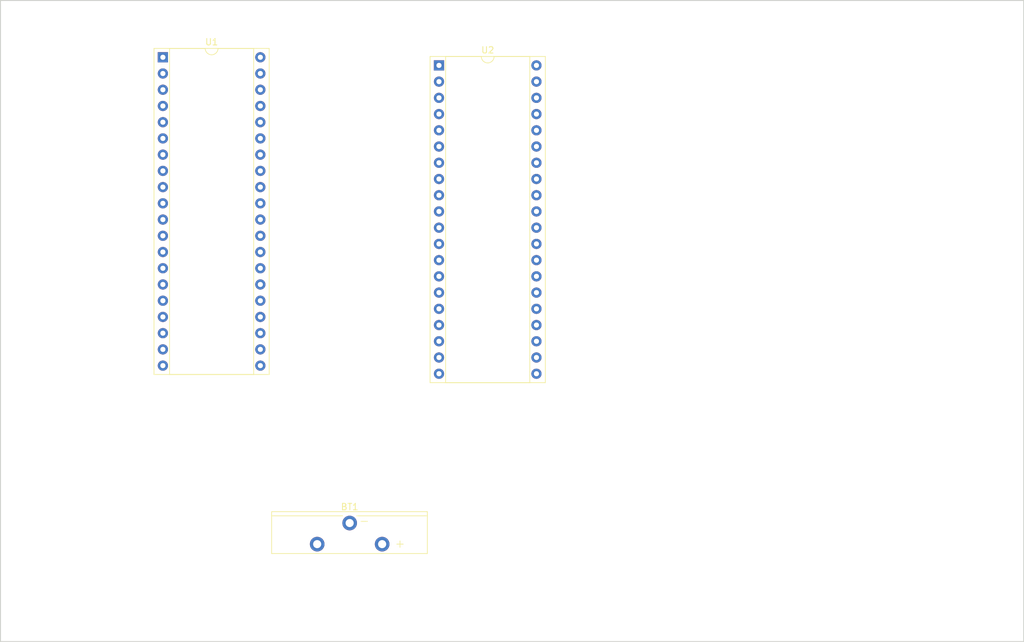
<source format=kicad_pcb>
(kicad_pcb (version 4) (host pcbnew 4.0.6-e0-6349~53~ubuntu16.04.1)

  (general
    (links 17)
    (no_connects 17)
    (area 27.864999 25.324999 188.035001 125.805001)
    (thickness 1.6)
    (drawings 4)
    (tracks 0)
    (zones 0)
    (modules 3)
    (nets 67)
  )

  (page A4)
  (layers
    (0 F.Cu signal)
    (31 B.Cu signal)
    (32 B.Adhes user)
    (33 F.Adhes user)
    (34 B.Paste user)
    (35 F.Paste user)
    (36 B.SilkS user)
    (37 F.SilkS user)
    (38 B.Mask user)
    (39 F.Mask user)
    (40 Dwgs.User user)
    (41 Cmts.User user)
    (42 Eco1.User user)
    (43 Eco2.User user)
    (44 Edge.Cuts user)
    (45 Margin user)
    (46 B.CrtYd user)
    (47 F.CrtYd user)
    (48 B.Fab user)
    (49 F.Fab user)
  )

  (setup
    (last_trace_width 0.25)
    (trace_clearance 0.2)
    (zone_clearance 0.508)
    (zone_45_only no)
    (trace_min 0.2)
    (segment_width 0.2)
    (edge_width 0.15)
    (via_size 0.6)
    (via_drill 0.4)
    (via_min_size 0.4)
    (via_min_drill 0.3)
    (uvia_size 0.3)
    (uvia_drill 0.1)
    (uvias_allowed no)
    (uvia_min_size 0.2)
    (uvia_min_drill 0.1)
    (pcb_text_width 0.3)
    (pcb_text_size 1.5 1.5)
    (mod_edge_width 0.15)
    (mod_text_size 1 1)
    (mod_text_width 0.15)
    (pad_size 1.524 1.524)
    (pad_drill 0.762)
    (pad_to_mask_clearance 0.2)
    (aux_axis_origin 0 0)
    (visible_elements FFFFFF7F)
    (pcbplotparams
      (layerselection 0x00030_80000001)
      (usegerberextensions false)
      (excludeedgelayer true)
      (linewidth 0.100000)
      (plotframeref false)
      (viasonmask false)
      (mode 1)
      (useauxorigin false)
      (hpglpennumber 1)
      (hpglpenspeed 20)
      (hpglpendiameter 15)
      (hpglpenoverlay 2)
      (psnegative false)
      (psa4output false)
      (plotreference true)
      (plotvalue true)
      (plotinvisibletext false)
      (padsonsilk false)
      (subtractmaskfromsilk false)
      (outputformat 1)
      (mirror false)
      (drillshape 1)
      (scaleselection 1)
      (outputdirectory ""))
  )

  (net 0 "")
  (net 1 "Net-(U1-Pad1)")
  (net 2 GND)
  (net 3 "Net-(U1-Pad2)")
  (net 4 "Net-(U1-Pad3)")
  (net 5 "Net-(U1-Pad4)")
  (net 6 "Net-(U1-Pad5)")
  (net 7 "Net-(U1-Pad6)")
  (net 8 /D7)
  (net 9 "Net-(U1-Pad7)")
  (net 10 /D6)
  (net 11 +5V)
  (net 12 /D5)
  (net 13 /D4)
  (net 14 /D3)
  (net 15 /D2)
  (net 16 /D1)
  (net 17 /D0)
  (net 18 "Net-(U1-Pad34)")
  (net 19 "Net-(U1-Pad35)")
  (net 20 "Net-(U1-Pad36)")
  (net 21 "Net-(U1-Pad37)")
  (net 22 "Net-(U1-Pad38)")
  (net 23 "Net-(U1-Pad39)")
  (net 24 "Net-(U1-Pad40)")
  (net 25 "Net-(U2-Pad21)")
  (net 26 "Net-(U2-Pad2)")
  (net 27 "Net-(U2-Pad22)")
  (net 28 "Net-(U2-Pad3)")
  (net 29 "Net-(U2-Pad23)")
  (net 30 "Net-(U2-Pad4)")
  (net 31 "Net-(U2-Pad24)")
  (net 32 "Net-(U2-Pad5)")
  (net 33 "Net-(U2-Pad25)")
  (net 34 "Net-(U2-Pad6)")
  (net 35 "Net-(U2-Pad7)")
  (net 36 "Net-(U2-Pad8)")
  (net 37 "Net-(U2-Pad9)")
  (net 38 "Net-(U2-Pad10)")
  (net 39 "Net-(U2-Pad11)")
  (net 40 "Net-(U2-Pad12)")
  (net 41 "Net-(U2-Pad13)")
  (net 42 "Net-(U2-Pad14)")
  (net 43 "Net-(U2-Pad34)")
  (net 44 "Net-(U2-Pad15)")
  (net 45 "Net-(U2-Pad16)")
  (net 46 "Net-(U2-Pad17)")
  (net 47 "Net-(U2-Pad18)")
  (net 48 "Net-(U2-Pad19)")
  (net 49 "Net-(U2-Pad39)")
  (net 50 "Net-(U2-Pad40)")
  (net 51 /A12)
  (net 52 /A13)
  (net 53 /A14)
  (net 54 /A15)
  (net 55 /A0)
  (net 56 /A1)
  (net 57 /A2)
  (net 58 /A3)
  (net 59 /A4)
  (net 60 /A5)
  (net 61 /A6)
  (net 62 /A7)
  (net 63 /A8)
  (net 64 /A9)
  (net 65 /A10)
  (net 66 /A11)

  (net_class Default "This is the default net class."
    (clearance 0.2)
    (trace_width 0.25)
    (via_dia 0.6)
    (via_drill 0.4)
    (uvia_dia 0.3)
    (uvia_drill 0.1)
    (add_net +5V)
    (add_net /A0)
    (add_net /A1)
    (add_net /A10)
    (add_net /A11)
    (add_net /A12)
    (add_net /A13)
    (add_net /A14)
    (add_net /A15)
    (add_net /A2)
    (add_net /A3)
    (add_net /A4)
    (add_net /A5)
    (add_net /A6)
    (add_net /A7)
    (add_net /A8)
    (add_net /A9)
    (add_net /D0)
    (add_net /D1)
    (add_net /D2)
    (add_net /D3)
    (add_net /D4)
    (add_net /D5)
    (add_net /D6)
    (add_net /D7)
    (add_net GND)
    (add_net "Net-(U1-Pad1)")
    (add_net "Net-(U1-Pad2)")
    (add_net "Net-(U1-Pad3)")
    (add_net "Net-(U1-Pad34)")
    (add_net "Net-(U1-Pad35)")
    (add_net "Net-(U1-Pad36)")
    (add_net "Net-(U1-Pad37)")
    (add_net "Net-(U1-Pad38)")
    (add_net "Net-(U1-Pad39)")
    (add_net "Net-(U1-Pad4)")
    (add_net "Net-(U1-Pad40)")
    (add_net "Net-(U1-Pad5)")
    (add_net "Net-(U1-Pad6)")
    (add_net "Net-(U1-Pad7)")
    (add_net "Net-(U2-Pad10)")
    (add_net "Net-(U2-Pad11)")
    (add_net "Net-(U2-Pad12)")
    (add_net "Net-(U2-Pad13)")
    (add_net "Net-(U2-Pad14)")
    (add_net "Net-(U2-Pad15)")
    (add_net "Net-(U2-Pad16)")
    (add_net "Net-(U2-Pad17)")
    (add_net "Net-(U2-Pad18)")
    (add_net "Net-(U2-Pad19)")
    (add_net "Net-(U2-Pad2)")
    (add_net "Net-(U2-Pad21)")
    (add_net "Net-(U2-Pad22)")
    (add_net "Net-(U2-Pad23)")
    (add_net "Net-(U2-Pad24)")
    (add_net "Net-(U2-Pad25)")
    (add_net "Net-(U2-Pad3)")
    (add_net "Net-(U2-Pad34)")
    (add_net "Net-(U2-Pad39)")
    (add_net "Net-(U2-Pad4)")
    (add_net "Net-(U2-Pad40)")
    (add_net "Net-(U2-Pad5)")
    (add_net "Net-(U2-Pad6)")
    (add_net "Net-(U2-Pad7)")
    (add_net "Net-(U2-Pad8)")
    (add_net "Net-(U2-Pad9)")
  )

  (module Connect:CR2032V (layer F.Cu) (tedit 587FDB89) (tstamp 58D18BBE)
    (at 77.47 110.49)
    (path /58D16E1E)
    (fp_text reference BT1 (at 5.08 -5.83) (layer F.SilkS)
      (effects (font (size 1 1) (thickness 0.15)))
    )
    (fp_text value Battery_Cell (at 5.08 2.42) (layer F.Fab)
      (effects (font (size 1 1) (thickness 0.15)))
    )
    (fp_line (start 6.18 -4.43) (end 17.23 -4.43) (layer F.SilkS) (width 0.12))
    (fp_line (start -7.12 -4.43) (end 3.98 -4.43) (layer F.SilkS) (width 0.12))
    (fp_line (start -7.07 -5.08) (end 17.23 -5.08) (layer F.SilkS) (width 0.12))
    (fp_line (start 17.23 -5.08) (end 17.23 1.47) (layer F.SilkS) (width 0.12))
    (fp_line (start 17.23 1.47) (end -7.12 1.47) (layer F.SilkS) (width 0.12))
    (fp_line (start -7.12 1.47) (end -7.12 -5.08) (layer F.SilkS) (width 0.12))
    (fp_line (start -6.98 -4.98) (end 17.14 -4.98) (layer F.Fab) (width 0.1))
    (fp_line (start 6.86 -3.56) (end 7.87 -3.56) (layer F.SilkS) (width 0.12))
    (fp_line (start 12.95 0.51) (end 12.95 -0.51) (layer F.SilkS) (width 0.12))
    (fp_line (start 12.45 0) (end 13.46 0) (layer F.SilkS) (width 0.12))
    (fp_line (start 17.14 1.4) (end 17.14 -4.95) (layer F.Fab) (width 0.1))
    (fp_line (start 17.14 -4.45) (end -6.98 -4.45) (layer F.Fab) (width 0.1))
    (fp_line (start -6.98 -4.95) (end -6.98 1.4) (layer F.Fab) (width 0.1))
    (fp_line (start -6.98 1.4) (end 17.14 1.4) (layer F.Fab) (width 0.1))
    (fp_line (start -7.23 -5.23) (end 17.39 -5.23) (layer F.CrtYd) (width 0.05))
    (fp_line (start -7.23 -5.23) (end -7.23 1.65) (layer F.CrtYd) (width 0.05))
    (fp_line (start 17.39 1.65) (end 17.39 -5.23) (layer F.CrtYd) (width 0.05))
    (fp_line (start 17.39 1.65) (end -7.23 1.65) (layer F.CrtYd) (width 0.05))
    (pad 1 thru_hole circle (at 0 0) (size 2.29 2.29) (drill 1.27) (layers *.Cu *.Mask)
      (net 11 +5V))
    (pad 1 thru_hole circle (at 10.16 0) (size 2.29 2.29) (drill 1.27) (layers *.Cu *.Mask)
      (net 11 +5V))
    (pad 2 thru_hole circle (at 5.08 -3.3) (size 2.29 2.29) (drill 1.27) (layers *.Cu *.Mask)
      (net 2 GND))
  )

  (module Housings_DIP:DIP-40_W15.24mm_Socket (layer F.Cu) (tedit 586281B5) (tstamp 58D18C8F)
    (at 53.34 34.29)
    (descr "40-lead dip package, row spacing 15.24 mm (600 mils), Socket")
    (tags "DIL DIP PDIP 2.54mm 15.24mm 600mil Socket")
    (path /58C8AB80)
    (fp_text reference U1 (at 7.62 -2.39) (layer F.SilkS)
      (effects (font (size 1 1) (thickness 0.15)))
    )
    (fp_text value WD65C02_ (at 7.62 50.65) (layer F.Fab)
      (effects (font (size 1 1) (thickness 0.15)))
    )
    (fp_arc (start 7.62 -1.39) (end 6.62 -1.39) (angle -180) (layer F.SilkS) (width 0.12))
    (fp_line (start 1.255 -1.27) (end 14.985 -1.27) (layer F.Fab) (width 0.1))
    (fp_line (start 14.985 -1.27) (end 14.985 49.53) (layer F.Fab) (width 0.1))
    (fp_line (start 14.985 49.53) (end 0.255 49.53) (layer F.Fab) (width 0.1))
    (fp_line (start 0.255 49.53) (end 0.255 -0.27) (layer F.Fab) (width 0.1))
    (fp_line (start 0.255 -0.27) (end 1.255 -1.27) (layer F.Fab) (width 0.1))
    (fp_line (start -1.27 -1.27) (end -1.27 49.53) (layer F.Fab) (width 0.1))
    (fp_line (start -1.27 49.53) (end 16.51 49.53) (layer F.Fab) (width 0.1))
    (fp_line (start 16.51 49.53) (end 16.51 -1.27) (layer F.Fab) (width 0.1))
    (fp_line (start 16.51 -1.27) (end -1.27 -1.27) (layer F.Fab) (width 0.1))
    (fp_line (start 6.62 -1.39) (end 1.04 -1.39) (layer F.SilkS) (width 0.12))
    (fp_line (start 1.04 -1.39) (end 1.04 49.65) (layer F.SilkS) (width 0.12))
    (fp_line (start 1.04 49.65) (end 14.2 49.65) (layer F.SilkS) (width 0.12))
    (fp_line (start 14.2 49.65) (end 14.2 -1.39) (layer F.SilkS) (width 0.12))
    (fp_line (start 14.2 -1.39) (end 8.62 -1.39) (layer F.SilkS) (width 0.12))
    (fp_line (start -1.39 -1.39) (end -1.39 49.65) (layer F.SilkS) (width 0.12))
    (fp_line (start -1.39 49.65) (end 16.63 49.65) (layer F.SilkS) (width 0.12))
    (fp_line (start 16.63 49.65) (end 16.63 -1.39) (layer F.SilkS) (width 0.12))
    (fp_line (start 16.63 -1.39) (end -1.39 -1.39) (layer F.SilkS) (width 0.12))
    (fp_line (start -1.7 -1.7) (end -1.7 49.9) (layer F.CrtYd) (width 0.05))
    (fp_line (start -1.7 49.9) (end 16.9 49.9) (layer F.CrtYd) (width 0.05))
    (fp_line (start 16.9 49.9) (end 16.9 -1.7) (layer F.CrtYd) (width 0.05))
    (fp_line (start 16.9 -1.7) (end -1.7 -1.7) (layer F.CrtYd) (width 0.05))
    (pad 1 thru_hole rect (at 0 0) (size 1.6 1.6) (drill 0.8) (layers *.Cu *.Mask)
      (net 1 "Net-(U1-Pad1)"))
    (pad 21 thru_hole oval (at 15.24 48.26) (size 1.6 1.6) (drill 0.8) (layers *.Cu *.Mask)
      (net 2 GND))
    (pad 2 thru_hole oval (at 0 2.54) (size 1.6 1.6) (drill 0.8) (layers *.Cu *.Mask)
      (net 3 "Net-(U1-Pad2)"))
    (pad 22 thru_hole oval (at 15.24 45.72) (size 1.6 1.6) (drill 0.8) (layers *.Cu *.Mask)
      (net 51 /A12))
    (pad 3 thru_hole oval (at 0 5.08) (size 1.6 1.6) (drill 0.8) (layers *.Cu *.Mask)
      (net 4 "Net-(U1-Pad3)"))
    (pad 23 thru_hole oval (at 15.24 43.18) (size 1.6 1.6) (drill 0.8) (layers *.Cu *.Mask)
      (net 52 /A13))
    (pad 4 thru_hole oval (at 0 7.62) (size 1.6 1.6) (drill 0.8) (layers *.Cu *.Mask)
      (net 5 "Net-(U1-Pad4)"))
    (pad 24 thru_hole oval (at 15.24 40.64) (size 1.6 1.6) (drill 0.8) (layers *.Cu *.Mask)
      (net 53 /A14))
    (pad 5 thru_hole oval (at 0 10.16) (size 1.6 1.6) (drill 0.8) (layers *.Cu *.Mask)
      (net 6 "Net-(U1-Pad5)"))
    (pad 25 thru_hole oval (at 15.24 38.1) (size 1.6 1.6) (drill 0.8) (layers *.Cu *.Mask)
      (net 54 /A15))
    (pad 6 thru_hole oval (at 0 12.7) (size 1.6 1.6) (drill 0.8) (layers *.Cu *.Mask)
      (net 7 "Net-(U1-Pad6)"))
    (pad 26 thru_hole oval (at 15.24 35.56) (size 1.6 1.6) (drill 0.8) (layers *.Cu *.Mask)
      (net 8 /D7))
    (pad 7 thru_hole oval (at 0 15.24) (size 1.6 1.6) (drill 0.8) (layers *.Cu *.Mask)
      (net 9 "Net-(U1-Pad7)"))
    (pad 27 thru_hole oval (at 15.24 33.02) (size 1.6 1.6) (drill 0.8) (layers *.Cu *.Mask)
      (net 10 /D6))
    (pad 8 thru_hole oval (at 0 17.78) (size 1.6 1.6) (drill 0.8) (layers *.Cu *.Mask)
      (net 11 +5V))
    (pad 28 thru_hole oval (at 15.24 30.48) (size 1.6 1.6) (drill 0.8) (layers *.Cu *.Mask)
      (net 12 /D5))
    (pad 9 thru_hole oval (at 0 20.32) (size 1.6 1.6) (drill 0.8) (layers *.Cu *.Mask)
      (net 55 /A0))
    (pad 29 thru_hole oval (at 15.24 27.94) (size 1.6 1.6) (drill 0.8) (layers *.Cu *.Mask)
      (net 13 /D4))
    (pad 10 thru_hole oval (at 0 22.86) (size 1.6 1.6) (drill 0.8) (layers *.Cu *.Mask)
      (net 56 /A1))
    (pad 30 thru_hole oval (at 15.24 25.4) (size 1.6 1.6) (drill 0.8) (layers *.Cu *.Mask)
      (net 14 /D3))
    (pad 11 thru_hole oval (at 0 25.4) (size 1.6 1.6) (drill 0.8) (layers *.Cu *.Mask)
      (net 57 /A2))
    (pad 31 thru_hole oval (at 15.24 22.86) (size 1.6 1.6) (drill 0.8) (layers *.Cu *.Mask)
      (net 15 /D2))
    (pad 12 thru_hole oval (at 0 27.94) (size 1.6 1.6) (drill 0.8) (layers *.Cu *.Mask)
      (net 58 /A3))
    (pad 32 thru_hole oval (at 15.24 20.32) (size 1.6 1.6) (drill 0.8) (layers *.Cu *.Mask)
      (net 16 /D1))
    (pad 13 thru_hole oval (at 0 30.48) (size 1.6 1.6) (drill 0.8) (layers *.Cu *.Mask)
      (net 59 /A4))
    (pad 33 thru_hole oval (at 15.24 17.78) (size 1.6 1.6) (drill 0.8) (layers *.Cu *.Mask)
      (net 17 /D0))
    (pad 14 thru_hole oval (at 0 33.02) (size 1.6 1.6) (drill 0.8) (layers *.Cu *.Mask)
      (net 60 /A5))
    (pad 34 thru_hole oval (at 15.24 15.24) (size 1.6 1.6) (drill 0.8) (layers *.Cu *.Mask)
      (net 18 "Net-(U1-Pad34)"))
    (pad 15 thru_hole oval (at 0 35.56) (size 1.6 1.6) (drill 0.8) (layers *.Cu *.Mask)
      (net 61 /A6))
    (pad 35 thru_hole oval (at 15.24 12.7) (size 1.6 1.6) (drill 0.8) (layers *.Cu *.Mask)
      (net 19 "Net-(U1-Pad35)"))
    (pad 16 thru_hole oval (at 0 38.1) (size 1.6 1.6) (drill 0.8) (layers *.Cu *.Mask)
      (net 62 /A7))
    (pad 36 thru_hole oval (at 15.24 10.16) (size 1.6 1.6) (drill 0.8) (layers *.Cu *.Mask)
      (net 20 "Net-(U1-Pad36)"))
    (pad 17 thru_hole oval (at 0 40.64) (size 1.6 1.6) (drill 0.8) (layers *.Cu *.Mask)
      (net 63 /A8))
    (pad 37 thru_hole oval (at 15.24 7.62) (size 1.6 1.6) (drill 0.8) (layers *.Cu *.Mask)
      (net 21 "Net-(U1-Pad37)"))
    (pad 18 thru_hole oval (at 0 43.18) (size 1.6 1.6) (drill 0.8) (layers *.Cu *.Mask)
      (net 64 /A9))
    (pad 38 thru_hole oval (at 15.24 5.08) (size 1.6 1.6) (drill 0.8) (layers *.Cu *.Mask)
      (net 22 "Net-(U1-Pad38)"))
    (pad 19 thru_hole oval (at 0 45.72) (size 1.6 1.6) (drill 0.8) (layers *.Cu *.Mask)
      (net 65 /A10))
    (pad 39 thru_hole oval (at 15.24 2.54) (size 1.6 1.6) (drill 0.8) (layers *.Cu *.Mask)
      (net 23 "Net-(U1-Pad39)"))
    (pad 20 thru_hole oval (at 0 48.26) (size 1.6 1.6) (drill 0.8) (layers *.Cu *.Mask)
      (net 66 /A11))
    (pad 40 thru_hole oval (at 15.24 0) (size 1.6 1.6) (drill 0.8) (layers *.Cu *.Mask)
      (net 24 "Net-(U1-Pad40)"))
    (model Housings_DIP.3dshapes/DIP-40_W15.24mm_Socket.wrl
      (at (xyz 0 0 0))
      (scale (xyz 1 1 1))
      (rotate (xyz 0 0 0))
    )
  )

  (module Housings_DIP:DIP-40_W15.24mm_Socket (layer F.Cu) (tedit 586281B5) (tstamp 58D18CBA)
    (at 96.52 35.56)
    (descr "40-lead dip package, row spacing 15.24 mm (600 mils), Socket")
    (tags "DIL DIP PDIP 2.54mm 15.24mm 600mil Socket")
    (path /58D0D406)
    (fp_text reference U2 (at 7.62 -2.39) (layer F.SilkS)
      (effects (font (size 1 1) (thickness 0.15)))
    )
    (fp_text value WD65C22 (at 7.62 50.65) (layer F.Fab)
      (effects (font (size 1 1) (thickness 0.15)))
    )
    (fp_arc (start 7.62 -1.39) (end 6.62 -1.39) (angle -180) (layer F.SilkS) (width 0.12))
    (fp_line (start 1.255 -1.27) (end 14.985 -1.27) (layer F.Fab) (width 0.1))
    (fp_line (start 14.985 -1.27) (end 14.985 49.53) (layer F.Fab) (width 0.1))
    (fp_line (start 14.985 49.53) (end 0.255 49.53) (layer F.Fab) (width 0.1))
    (fp_line (start 0.255 49.53) (end 0.255 -0.27) (layer F.Fab) (width 0.1))
    (fp_line (start 0.255 -0.27) (end 1.255 -1.27) (layer F.Fab) (width 0.1))
    (fp_line (start -1.27 -1.27) (end -1.27 49.53) (layer F.Fab) (width 0.1))
    (fp_line (start -1.27 49.53) (end 16.51 49.53) (layer F.Fab) (width 0.1))
    (fp_line (start 16.51 49.53) (end 16.51 -1.27) (layer F.Fab) (width 0.1))
    (fp_line (start 16.51 -1.27) (end -1.27 -1.27) (layer F.Fab) (width 0.1))
    (fp_line (start 6.62 -1.39) (end 1.04 -1.39) (layer F.SilkS) (width 0.12))
    (fp_line (start 1.04 -1.39) (end 1.04 49.65) (layer F.SilkS) (width 0.12))
    (fp_line (start 1.04 49.65) (end 14.2 49.65) (layer F.SilkS) (width 0.12))
    (fp_line (start 14.2 49.65) (end 14.2 -1.39) (layer F.SilkS) (width 0.12))
    (fp_line (start 14.2 -1.39) (end 8.62 -1.39) (layer F.SilkS) (width 0.12))
    (fp_line (start -1.39 -1.39) (end -1.39 49.65) (layer F.SilkS) (width 0.12))
    (fp_line (start -1.39 49.65) (end 16.63 49.65) (layer F.SilkS) (width 0.12))
    (fp_line (start 16.63 49.65) (end 16.63 -1.39) (layer F.SilkS) (width 0.12))
    (fp_line (start 16.63 -1.39) (end -1.39 -1.39) (layer F.SilkS) (width 0.12))
    (fp_line (start -1.7 -1.7) (end -1.7 49.9) (layer F.CrtYd) (width 0.05))
    (fp_line (start -1.7 49.9) (end 16.9 49.9) (layer F.CrtYd) (width 0.05))
    (fp_line (start 16.9 49.9) (end 16.9 -1.7) (layer F.CrtYd) (width 0.05))
    (fp_line (start 16.9 -1.7) (end -1.7 -1.7) (layer F.CrtYd) (width 0.05))
    (pad 1 thru_hole rect (at 0 0) (size 1.6 1.6) (drill 0.8) (layers *.Cu *.Mask)
      (net 2 GND))
    (pad 21 thru_hole oval (at 15.24 48.26) (size 1.6 1.6) (drill 0.8) (layers *.Cu *.Mask)
      (net 25 "Net-(U2-Pad21)"))
    (pad 2 thru_hole oval (at 0 2.54) (size 1.6 1.6) (drill 0.8) (layers *.Cu *.Mask)
      (net 26 "Net-(U2-Pad2)"))
    (pad 22 thru_hole oval (at 15.24 45.72) (size 1.6 1.6) (drill 0.8) (layers *.Cu *.Mask)
      (net 27 "Net-(U2-Pad22)"))
    (pad 3 thru_hole oval (at 0 5.08) (size 1.6 1.6) (drill 0.8) (layers *.Cu *.Mask)
      (net 28 "Net-(U2-Pad3)"))
    (pad 23 thru_hole oval (at 15.24 43.18) (size 1.6 1.6) (drill 0.8) (layers *.Cu *.Mask)
      (net 29 "Net-(U2-Pad23)"))
    (pad 4 thru_hole oval (at 0 7.62) (size 1.6 1.6) (drill 0.8) (layers *.Cu *.Mask)
      (net 30 "Net-(U2-Pad4)"))
    (pad 24 thru_hole oval (at 15.24 40.64) (size 1.6 1.6) (drill 0.8) (layers *.Cu *.Mask)
      (net 31 "Net-(U2-Pad24)"))
    (pad 5 thru_hole oval (at 0 10.16) (size 1.6 1.6) (drill 0.8) (layers *.Cu *.Mask)
      (net 32 "Net-(U2-Pad5)"))
    (pad 25 thru_hole oval (at 15.24 38.1) (size 1.6 1.6) (drill 0.8) (layers *.Cu *.Mask)
      (net 33 "Net-(U2-Pad25)"))
    (pad 6 thru_hole oval (at 0 12.7) (size 1.6 1.6) (drill 0.8) (layers *.Cu *.Mask)
      (net 34 "Net-(U2-Pad6)"))
    (pad 26 thru_hole oval (at 15.24 35.56) (size 1.6 1.6) (drill 0.8) (layers *.Cu *.Mask)
      (net 8 /D7))
    (pad 7 thru_hole oval (at 0 15.24) (size 1.6 1.6) (drill 0.8) (layers *.Cu *.Mask)
      (net 35 "Net-(U2-Pad7)"))
    (pad 27 thru_hole oval (at 15.24 33.02) (size 1.6 1.6) (drill 0.8) (layers *.Cu *.Mask)
      (net 10 /D6))
    (pad 8 thru_hole oval (at 0 17.78) (size 1.6 1.6) (drill 0.8) (layers *.Cu *.Mask)
      (net 36 "Net-(U2-Pad8)"))
    (pad 28 thru_hole oval (at 15.24 30.48) (size 1.6 1.6) (drill 0.8) (layers *.Cu *.Mask)
      (net 12 /D5))
    (pad 9 thru_hole oval (at 0 20.32) (size 1.6 1.6) (drill 0.8) (layers *.Cu *.Mask)
      (net 37 "Net-(U2-Pad9)"))
    (pad 29 thru_hole oval (at 15.24 27.94) (size 1.6 1.6) (drill 0.8) (layers *.Cu *.Mask)
      (net 13 /D4))
    (pad 10 thru_hole oval (at 0 22.86) (size 1.6 1.6) (drill 0.8) (layers *.Cu *.Mask)
      (net 38 "Net-(U2-Pad10)"))
    (pad 30 thru_hole oval (at 15.24 25.4) (size 1.6 1.6) (drill 0.8) (layers *.Cu *.Mask)
      (net 14 /D3))
    (pad 11 thru_hole oval (at 0 25.4) (size 1.6 1.6) (drill 0.8) (layers *.Cu *.Mask)
      (net 39 "Net-(U2-Pad11)"))
    (pad 31 thru_hole oval (at 15.24 22.86) (size 1.6 1.6) (drill 0.8) (layers *.Cu *.Mask)
      (net 15 /D2))
    (pad 12 thru_hole oval (at 0 27.94) (size 1.6 1.6) (drill 0.8) (layers *.Cu *.Mask)
      (net 40 "Net-(U2-Pad12)"))
    (pad 32 thru_hole oval (at 15.24 20.32) (size 1.6 1.6) (drill 0.8) (layers *.Cu *.Mask)
      (net 16 /D1))
    (pad 13 thru_hole oval (at 0 30.48) (size 1.6 1.6) (drill 0.8) (layers *.Cu *.Mask)
      (net 41 "Net-(U2-Pad13)"))
    (pad 33 thru_hole oval (at 15.24 17.78) (size 1.6 1.6) (drill 0.8) (layers *.Cu *.Mask)
      (net 17 /D0))
    (pad 14 thru_hole oval (at 0 33.02) (size 1.6 1.6) (drill 0.8) (layers *.Cu *.Mask)
      (net 42 "Net-(U2-Pad14)"))
    (pad 34 thru_hole oval (at 15.24 15.24) (size 1.6 1.6) (drill 0.8) (layers *.Cu *.Mask)
      (net 43 "Net-(U2-Pad34)"))
    (pad 15 thru_hole oval (at 0 35.56) (size 1.6 1.6) (drill 0.8) (layers *.Cu *.Mask)
      (net 44 "Net-(U2-Pad15)"))
    (pad 35 thru_hole oval (at 15.24 12.7) (size 1.6 1.6) (drill 0.8) (layers *.Cu *.Mask)
      (net 58 /A3))
    (pad 16 thru_hole oval (at 0 38.1) (size 1.6 1.6) (drill 0.8) (layers *.Cu *.Mask)
      (net 45 "Net-(U2-Pad16)"))
    (pad 36 thru_hole oval (at 15.24 10.16) (size 1.6 1.6) (drill 0.8) (layers *.Cu *.Mask)
      (net 57 /A2))
    (pad 17 thru_hole oval (at 0 40.64) (size 1.6 1.6) (drill 0.8) (layers *.Cu *.Mask)
      (net 46 "Net-(U2-Pad17)"))
    (pad 37 thru_hole oval (at 15.24 7.62) (size 1.6 1.6) (drill 0.8) (layers *.Cu *.Mask)
      (net 56 /A1))
    (pad 18 thru_hole oval (at 0 43.18) (size 1.6 1.6) (drill 0.8) (layers *.Cu *.Mask)
      (net 47 "Net-(U2-Pad18)"))
    (pad 38 thru_hole oval (at 15.24 5.08) (size 1.6 1.6) (drill 0.8) (layers *.Cu *.Mask)
      (net 55 /A0))
    (pad 19 thru_hole oval (at 0 45.72) (size 1.6 1.6) (drill 0.8) (layers *.Cu *.Mask)
      (net 48 "Net-(U2-Pad19)"))
    (pad 39 thru_hole oval (at 15.24 2.54) (size 1.6 1.6) (drill 0.8) (layers *.Cu *.Mask)
      (net 49 "Net-(U2-Pad39)"))
    (pad 20 thru_hole oval (at 0 48.26) (size 1.6 1.6) (drill 0.8) (layers *.Cu *.Mask)
      (net 11 +5V))
    (pad 40 thru_hole oval (at 15.24 0) (size 1.6 1.6) (drill 0.8) (layers *.Cu *.Mask)
      (net 50 "Net-(U2-Pad40)"))
    (model Housings_DIP.3dshapes/DIP-40_W15.24mm_Socket.wrl
      (at (xyz 0 0 0))
      (scale (xyz 1 1 1))
      (rotate (xyz 0 0 0))
    )
  )

  (gr_line (start 27.94 125.73) (end 27.94 25.4) (angle 90) (layer Edge.Cuts) (width 0.15))
  (gr_line (start 187.96 125.73) (end 27.94 125.73) (angle 90) (layer Edge.Cuts) (width 0.15))
  (gr_line (start 187.96 25.4) (end 187.96 125.73) (angle 90) (layer Edge.Cuts) (width 0.15))
  (gr_line (start 27.94 25.4) (end 187.96 25.4) (angle 90) (layer Edge.Cuts) (width 0.15))

)

</source>
